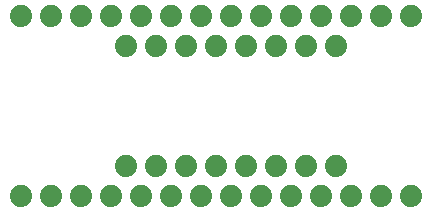
<source format=gbs>
G04 #@! TF.FileFunction,Soldermask,Bot*
%FSLAX46Y46*%
G04 Gerber Fmt 4.6, Leading zero omitted, Abs format (unit mm)*
G04 Created by KiCad (PCBNEW 4.0.3+e1-6302~38~ubuntu14.04.1-stable) date Mon Aug 29 18:07:44 2016*
%MOMM*%
%LPD*%
G01*
G04 APERTURE LIST*
%ADD10C,0.100000*%
%ADD11C,1.879600*%
G04 APERTURE END LIST*
D10*
D11*
X119126000Y-90932000D03*
X121666000Y-90932000D03*
X124206000Y-90932000D03*
X126746000Y-90932000D03*
X129286000Y-90932000D03*
X131826000Y-90932000D03*
X134366000Y-90932000D03*
X136906000Y-90932000D03*
X139446000Y-90932000D03*
X141986000Y-90932000D03*
X144526000Y-90932000D03*
X147066000Y-90932000D03*
X149606000Y-90932000D03*
X152146000Y-90932000D03*
X152146000Y-75692000D03*
X144526000Y-75692000D03*
X124206000Y-75692000D03*
X139446000Y-75692000D03*
X141986000Y-75692000D03*
X121666000Y-75692000D03*
X129286000Y-75692000D03*
X119126000Y-75692000D03*
X131826000Y-75692000D03*
X134366000Y-75692000D03*
X136906000Y-75692000D03*
X126746000Y-75692000D03*
X149606000Y-75692000D03*
X147066000Y-75692000D03*
X145796000Y-88392000D03*
X143256000Y-88392000D03*
X140716000Y-88392000D03*
X138176000Y-88392000D03*
X135636000Y-88392000D03*
X133096000Y-88392000D03*
X130556000Y-88392000D03*
X128016000Y-88392000D03*
X128016000Y-78232000D03*
X130556000Y-78232000D03*
X133096000Y-78232000D03*
X135636000Y-78232000D03*
X138176000Y-78232000D03*
X140716000Y-78232000D03*
X143256000Y-78232000D03*
X145796000Y-78232000D03*
M02*

</source>
